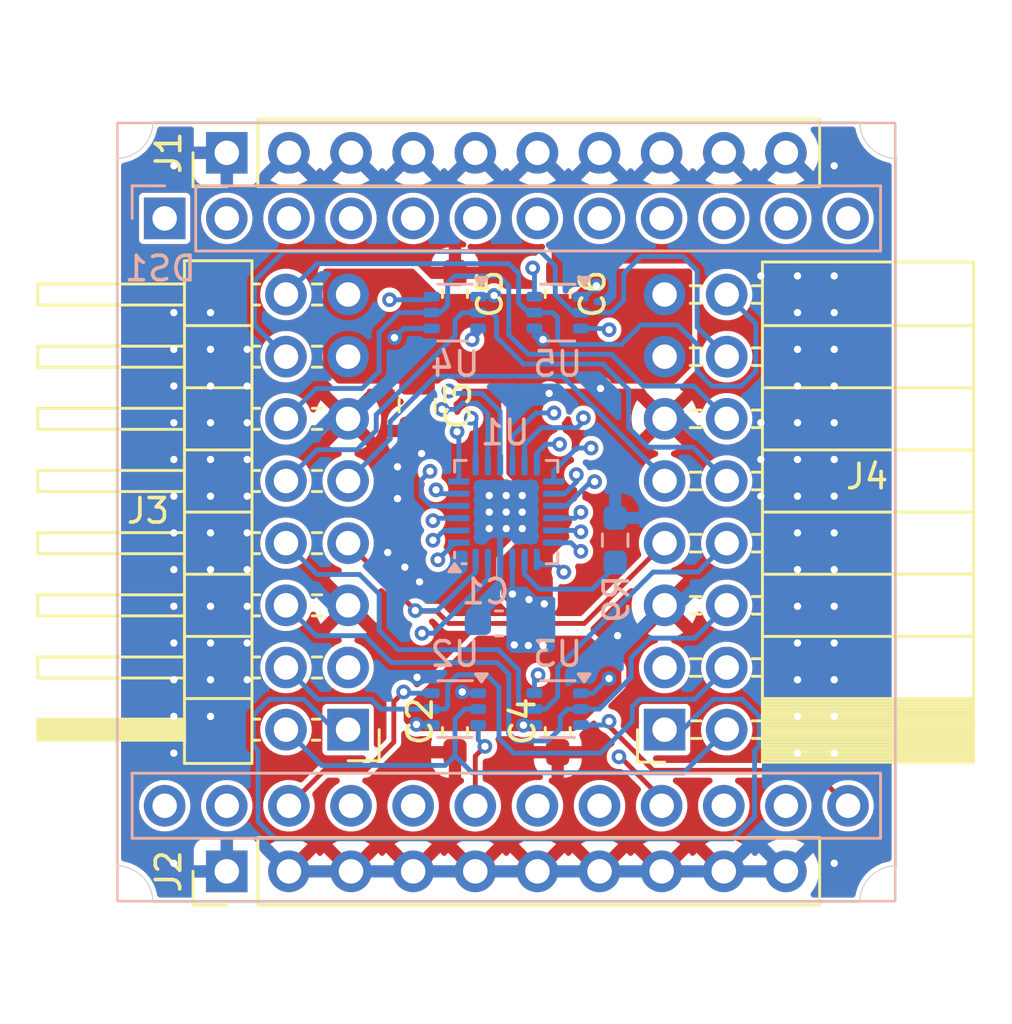
<source format=kicad_pcb>
(kicad_pcb (version 20241229) (generator "pcbnew") (generator_version "9.0")
  (layers (0 "F.Cu" signal) (4 "In1.Cu" signal) (6 "In2.Cu" signal) (2 "B.Cu" signal) (13 "F.Paste" user) (15 "B.Paste" user) (5 "F.SilkS" user "F.Silkscreen") (7 "B.SilkS" user "B.Silkscreen") (1 "F.Mask" user) (3 "B.Mask" user) (25 "Edge.Cuts" user))
  (net 0 "")
  (net 1 "GND")
  (net 2 "+5V")
  (net 3 "Net-(DS1-Pad22)")
  (net 4 "Net-(U1-OUT5)")
  (net 5 "Net-(DS1-Pad13)")
  (net 6 "Net-(U1-OUT0)")
  (net 7 "Net-(U1-OUT14)")
  (net 8 "Net-(U1-OUT9)")
  (net 9 "Net-(DS1-Pad19)")
  (net 10 "Net-(U1-OUT12)")
  (net 11 "Net-(U1-OUT11)")
  (net 12 "Net-(DS1-Pad12)")
  (net 13 "Net-(DS1-Pad16)")
  (net 14 "Net-(U1-OUT7)")
  (net 15 "Net-(DS1-Pad6)")
  (net 16 "Net-(U1-OUT1)")
  (net 17 "Net-(U1-OUT13)")
  (net 18 "Net-(DS1-Pad9)")
  (net 19 "Net-(U1-OUT2)")
  (net 20 "Net-(U1-OUT4)")
  (net 21 "Net-(U1-OUT8)")
  (net 22 "Net-(U1-OUT15)")
  (net 23 "Net-(U1-OUT10)")
  (net 24 "Net-(U1-OUT6)")
  (net 25 "Net-(DS1-Pad3)")
  (net 26 "Net-(U1-OUT3)")
  (net 27 "/ROW3")
  (net 28 "/ROW6")
  (net 29 "/ROW2")
  (net 30 "/ROW1")
  (net 31 "/ROW7")
  (net 32 "/ROW8")
  (net 33 "/LAT")
  (net 34 "/SIN")
  (net 35 "/ROW4")
  (net 36 "/ROW5")
  (net 37 "/SCLK")
  (net 38 "/BLANK")
  (net 39 "/SOUT")
  (net 40 "Net-(U1-IREF)")
  (footprint "Capacitor_SMD:C_0805_2012Metric_Pad1.18x1.45mm_HandSolder" (layer "F.Cu") (at 141.45 70.8 -90)
    (property "Reference" "C3")
    (property "Value" "10u")
  )
  (footprint "Capacitor_SMD:C_0603_1608Metric_Pad1.08x0.95mm_HandSolder" (layer "F.Cu") (at 147.2 66.2375 -90)
    (property "Reference" "C6")
    (property "Value" "0.1u")
  )
  (footprint "Connector_PinSocket_2.54mm:PinSocket_2x08_P2.54mm_Horizontal" (layer "F.Cu") (at 151.57 84.04 180)
    (property "Reference" "J4")
    (property "Value" "Conn_02x08_Odd_Even")
  )
  (footprint "Connector_PinHeader_2.54mm:PinHeader_1x10_P2.54mm_Vertical" (layer "F.Cu") (at 133.67 60.47 90)
    (property "Reference" "J1")
    (property "Value" "Conn_01x10_Pin")
  )
  (footprint "Capacitor_SMD:C_0603_1608Metric_Pad1.08x0.95mm_HandSolder" (layer "F.Cu") (at 143 66.2375 -90)
    (property "Reference" "C5")
    (property "Value" "0.1u")
  )
  (footprint "Capacitor_SMD:C_0603_1608Metric_Pad1.08x0.95mm_HandSolder" (layer "F.Cu") (at 143 84.1 90)
    (property "Reference" "C2")
    (property "Value" "0.1u")
  )
  (footprint "Capacitor_SMD:C_0603_1608Metric_Pad1.08x0.95mm_HandSolder" (layer "F.Cu") (at 147.2 84.1 90)
    (property "Reference" "C4")
    (property "Value" "0.1u")
  )
  (footprint "Connector_PinHeader_2.54mm:PinHeader_2x08_P2.54mm_Horizontal" (layer "F.Cu") (at 138.63 84.04 180)
    (property "Reference" "J3")
    (property "Value" "Conn_02x08_Odd_Even")
  )
  (footprint "Connector_PinHeader_2.54mm:PinHeader_1x10_P2.54mm_Vertical" (layer "F.Cu") (at 133.67 89.83 90)
    (property "Reference" "J2")
    (property "Value" "Conn_01x10_Pin")
  )
  (footprint "ledmat8x16:SOT-363_SC-70-6" (layer "B.Cu") (at 143 83.2 180)
    (property "Reference" "U2")
    (property "Value" "DMP31D7LDW")
  )
  (footprint "Capacitor_SMD:C_0603_1608Metric_Pad1.08x0.95mm_HandSolder" (layer "B.Cu") (at 144.8 79.7)
    (property "Reference" "C1")
    (property "Value" "0.1u")
  )
  (footprint "ledmat8x16:SOT-363_SC-70-6" (layer "B.Cu") (at 143 67 180)
    (property "Reference" "U4")
    (property "Value" "DMP31D7LDW")
  )
  (footprint "Resistor_SMD:R_0603_1608Metric_Pad0.98x0.95mm_HandSolder" (layer "B.Cu") (at 149.55 76.3 -90)
    (property "Reference" "R9")
    (property "Value" "2k")
  )
  (footprint "Package_DFN_QFN:Texas_RGE0024C_VQFN-24-1EP_4x4mm_P0.5mm_EP2.1x2.1mm" (layer "B.Cu") (at 145.095 75.15)
    (property "Reference" "U1")
    (property "Value" "TLC59283")
  )
  (footprint "ledmat8x16:LTP-12188M-08" (layer "B.Cu") (at 145.1 75.15)
    (property "Reference" "DS1")
    (property "Value" "LTP-12188M-08")
  )
  (footprint "ledmat8x16:SOT-363_SC-70-6" (layer "B.Cu") (at 147.2 67 180)
    (property "Reference" "U5")
    (property "Value" "DMP31D7LDW")
  )
  (footprint "ledmat8x16:SOT-363_SC-70-6" (layer "B.Cu") (at 147.2 83.2 180)
    (property "Reference" "U3")
    (property "Value" "DMP31D7LDW")
  )
  (gr_arc (start 161.05 60.7) (mid 159.98934 60.26066) (end 159.55 59.2) (stroke (width 0.05)) (layer "Edge.Cuts"))
  (gr_arc (start 130.65 59.2) (mid 130.21066 60.26066) (end 129.15 60.7) (stroke (width 0.05)) (layer "Edge.Cuts"))
  (gr_line (start 159.55 91.1) (end 130.65 91.1) (stroke (width 0.05)) (layer "Edge.Cuts"))
  (gr_line (start 129.15 89.6) (end 129.15 60.7) (stroke (width 0.05)) (layer "Edge.Cuts"))
  (gr_line (start 130.65 59.2) (end 159.55 59.2) (stroke (width 0.05)) (layer "Edge.Cuts"))
  (gr_line (start 161.05 60.7) (end 161.05 89.6) (stroke (width 0.05)) (layer "Edge.Cuts"))
  (gr_arc (start 129.15 89.6) (mid 130.21066 90.03934) (end 130.65 91.1) (stroke (width 0.05)) (layer "Edge.Cuts"))
  (gr_arc (start 159.55 91.1) (mid 159.98934 90.03934) (end 161.05 89.6) (stroke (width 0.05)) (layer "Edge.Cuts"))
  (segment (start 151.61 78.96) (end 152.95 80.3) (width 0.5) (layer "F.Cu") (net 1))
  (segment (start 138.71 78.96) (end 140.05 80.3) (width 0.5) (layer "F.Cu") (net 1))
  (segment (start 151.57 71.34) (end 152.81 70.1) (width 0.5) (layer "F.Cu") (net 1))
  (segment (start 137.45 70.1) (end 137.45 70.16) (width 0.5) (layer "F.Cu") (net 1))
  (segment (start 138.63 71.34) (end 137.37 72.6) (width 0.5) (layer "F.Cu") (net 1))
  (segment (start 138.61 78.96) (end 137.35 77.7) (width 0.5) (layer "F.Cu") (net 1))
  (segment (start 138.63 78.96) (end 138.61 78.96) (width 0.5) (layer "F.Cu") (net 1))
  (segment (start 138.63 71.34) (end 137.45 70.16) (width 0.5) (layer "F.Cu") (net 1))
  (segment (start 138.63 71.34) (end 139.89 72.6) (width 0.5) (layer "F.Cu") (net 1))
  (segment (start 137.35 72.6) (end 137.37 72.6) (width 0.5) (layer "F.Cu") (net 1))
  (segment (start 138.63 78.96) (end 137.49 80.1) (width 0.5) (layer "F.Cu") (net 1))
  (segment (start 138.63 78.96) (end 138.71 78.96) (width 0.5) (layer "F.Cu") (net 1))
  (segment (start 150.41 72.5) (end 150.35 72.5) (width 0.5) (layer "F.Cu") (net 1))
  (segment (start 151.57 78.96) (end 152.75 77.78) (width 0.5) (layer "F.Cu") (net 1))
  (segment (start 151.57 71.34) (end 152.73 72.5) (width 0.5) (layer "F.Cu") (net 1))
  (segment (start 151.57 78.96) (end 151.57 79.08) (width 0.5) (layer "F.Cu") (net 1))
  (segment (start 152.75 77.78) (end 152.75 77.7) (width 0.5) (layer "F.Cu") (net 1))
  (segment (start 137.49 80.1) (end 137.45 80.1) (width 0.5) (layer "F.Cu") (net 1))
  (segment (start 151.57 79.08) (end 150.35 80.3) (width 0.5) (layer "F.Cu") (net 1))
  (segment (start 151.57 78.96) (end 151.61 78.96) (width 0.5) (layer "F.Cu") (net 1))
  (segment (start 152.81 70.1) (end 152.85 70.1) (width 0.5) (layer "F.Cu") (net 1))
  (segment (start 152.73 72.5) (end 152.75 72.5) (width 0.5) (layer "F.Cu") (net 1))
  (segment (start 151.57 71.34) (end 150.41 72.5) (width 0.5) (layer "F.Cu") (net 1))
  (segment (start 139.89 72.6) (end 140.05 72.6) (width 0.5) (layer "F.Cu") (net 1))
  (via (at 133.005 70) (size 0.6) (drill 0.3) (layers "F.Cu" "B.Cu") (net 1))
  (via (at 158.505 67) (size 0.6) (drill 0.3) (layers "F.Cu" "B.Cu") (net 1))
  (via (at 146.85 70.3) (size 0.6) (drill 0.3) (layers "F.Cu" "B.Cu") (net 1))
  (via (at 131.505 83.5) (size 0.6) (drill 0.3) (layers "F.Cu" "B.Cu") (net 1))
  (via (at 133.005 76) (size 0.6) (drill 0.3) (layers "F.Cu" "B.Cu") (net 1))
  (via (at 141.635179 72.759404) (size 0.6) (drill 0.3) (layers "F.Cu" "B.Cu") (net 1))
  (via (at 157.005 67) (size 0.6) (drill 0.3) (layers "F.Cu" "B.Cu") (net 1))
  (via (at 133.005 80.5) (size 0.6) (drill 0.3) (layers "F.Cu" "B.Cu") (net 1))
  (via (at 133.005 83.5) (size 0.6) (drill 0.3) (layers "F.Cu" "B.Cu") (net 1))
  (via (at 157.005 74.5) (size 0.6) (drill 0.3) (layers "F.Cu" "B.Cu") (net 1))
  (via (at 133.005 74.5) (size 0.6) (drill 0.3) (layers "F.Cu" "B.Cu") (net 1))
  (via (at 133.005 73) (size 0.6) (drill 0.3) (layers "F.Cu" "B.Cu") (net 1))
  (via (at 148.95 70.1) (size 0.6) (drill 0.3) (layers "F.Cu" "B.Cu") (net 1))
  (via (at 133.005 79) (size 0.6) (drill 0.3) (layers "F.Cu" "B.Cu") (net 1))
  (via (at 131.505 68.5) (size 0.6) (drill 0.3) (layers "F.Cu" "B.Cu") (net 1))
  (via (at 140.95 77.4) (size 0.6) (drill 0.3) (layers "F.Cu" "B.Cu") (net 1))
  (via (at 131.505 80.5) (size 0.6) (drill 0.3) (layers "F.Cu" "B.Cu") (net 1))
  (via (at 155.505 74.5) (size 0.6) (drill 0.3) (layers "F.Cu" "B.Cu") (net 1))
  (via (at 158.505 82) (size 0.6) (drill 0.3) (layers "F.Cu" "B.Cu") (net 1))
  (via (at 145.75 75.15) (size 0.6) (drill 0.3) (layers "F.Cu" "B.Cu") (net 1))
  (via (at 145.095 75.825) (size 0.6) (drill 0.3) (layers "F.Cu" "B.Cu") (net 1))
  (via (at 158.505 74.5) (size 0.6) (drill 0.3) (layers "F.Cu" "B.Cu") (net 1))
  (via (at 134.505 73) (size 0.6) (drill 0.3) (layers "F.Cu" "B.Cu") (net 1))
  (via (at 157.005 76) (size 0.6) (drill 0.3) (layers "F.Cu" "B.Cu") (net 1))
  (via (at 157.005 80.5) (size 0.6) (drill 0.3) (layers "F.Cu" "B.Cu") (net 1))
  (via (at 158.505 79) (size 0.6) (drill 0.3) (layers "F.Cu" "B.Cu") (net 1))
  (via (at 134.505 76) (size 0.6) (drill 0.3) (layers "F.Cu" "B.Cu") (net 1))
  (via (at 133.005 82) (size 0.6) (drill 0.3) (layers "F.Cu" "B.Cu") (net 1))
  (via (at 157.005 83.5) (size 0.6) (drill 0.3) (layers "F.Cu" "B.Cu") (net 1))
  (via (at 131.505 67) (size 0.6) (drill 0.3) (layers "F.Cu" "B.Cu") (net 1))
  (via (at 157.005 85) (size 0.6) (drill 0.3) (layers "F.Cu" "B.Cu") (net 1))
  (via (at 144.4 75.825) (size 0.6) (drill 0.3) (layers "F.Cu" "B.Cu") (net 1))
  (via (at 141.45 81.9) (size 0.6) (drill 0.3) (layers "F.Cu" "B.Cu") (net 1))
  (via (at 158.505 85) (size 0.6) (drill 0.3) (layers "F.Cu" "B.Cu") (net 1))
  (via (at 157.005 79) (size 0.6) (drill 0.3) (layers "F.Cu" "B.Cu") (net 1))
  (via (at 155.505 65.5) (size 0.6) (drill 0.3) (layers "F.Cu" "B.Cu") (net 1))
  (via (at 131.505 76) (size 0.6) (drill 0.3) (layers "F.Cu" "B.Cu") (net 1))
  (via (at 157.005 73) (size 0.6) (drill 0.3) (layers "F.Cu" "B.Cu") (net 1))
  (via (at 131.505 61) (size 0.6) (drill 0.3) (layers "F.Cu" "B.Cu") (net 1))
  (via (at 134.505 79) (size 0.6) (drill 0.3) (layers "F.Cu" "B.Cu") (net 1))
  (via (at 145.095 74.475) (size 0.6) (drill 0.3) (layers "F.Cu" "B.Cu") (net 1))
  (via (at 134.505 74.5) (size 0.6) (drill 0.3) (layers "F.Cu" "B.Cu") (net 1))
  (via (at 144.4 75.15) (size 0.6) (drill 0.3) (layers "F.Cu" "B.Cu") (net 1))
  (via (at 158.505 65.5) (size 0.6) (drill 0.3) (layers "F.Cu" "B.Cu") (net 1))
  (via (at 140.65 73.3) (size 0.6) (drill 0.3) (layers "F.Cu" "B.Cu") (net 1))
  (via (at 158.505 83.5) (size 0.6) (drill 0.3) (layers "F.Cu" "B.Cu") (net 1))
  (via (at 133.005 68.5) (size 0.6) (drill 0.3) (layers "F.Cu" "B.Cu") (net 1))
  (via (at 141.55 78) (size 0.6) (drill 0.3) (layers "F.Cu" "B.Cu") (net 1))
  (via (at 134.505 71.5) (size 0.6) (drill 0.3) (layers "F.Cu" "B.Cu") (net 1))
  (via (at 157.005 70) (size 0.6) (drill 0.3) (layers "F.Cu" "B.Cu") (net 1))
  (via (at 155.505 71.5) (size 0.6) (drill 0.3) (layers "F.Cu" "B.Cu") (net 1))
  (via (at 145.095 75.15) (size 0.6) (drill 0.3) (layers "F.Cu" "B.Cu") (net 1))
  (via (at 158.505 68.5) (size 0.6) (drill 0.3) (layers "F.Cu" "B.Cu") (net 1))
  (via (at 133.005 77.5) (size 0.6) (drill 0.3) (layers "F.Cu" "B.Cu") (net 1))
  (via (at 158.505 70) (size 0.6) (drill 0.3) (layers "F.Cu" "B.Cu") (net 1))
  (via (at 158.505 89.5) (size 0.6) (drill 0.3) (layers "F.Cu" "B.Cu") (net 1))
  (via (at 145.75 75.825) (size 0.6) (drill 0.3) (layers "F.Cu" "B.Cu") (net 1))
  (via (at 131.505 89.5) (size 0.6) (drill 0.3) (layers "F.Cu" "B.Cu") (net 1))
  (via (at 157.005 68.5) (size 0.6) (drill 0.3) (layers "F.Cu" "B.Cu") (net 1))
  (via (at 157.005 71.5) (size 0.6) (drill 0.3) (layers "F.Cu" "B.Cu") (net 1))
  (via (at 131.505 82) (size 0.6) (drill 0.3) (layers "F.Cu" "B.Cu") (net 1))
  (via (at 149.65 80.2) (size 0.6) (drill 0.3) (layers "F.Cu" "B.Cu") (net 1))
  (via (at 131.505 74.5) (size 0.6) (drill 0.3) (layers "F.Cu" "B.Cu") (net 1))
  (via (at 158.505 76) (size 0.6) (drill 0.3) (layers "F.Cu" "B.Cu") (net 1))
  (via (at 140.65 74.6) (size 0.6) (drill 0.3) (layers "F.Cu" "B.Cu") (net 1))
  (via (at 158.505 73) (size 0.6) (drill 0.3) (layers "F.Cu" "B.Cu") (net 1))
  (via (at 158.505 80.5) (size 0.6) (drill 0.3) (layers "F.Cu" "B.Cu") (net 1))
  (via (at 131.505 71.5) (size 0.6) (drill 0.3) (layers "F.Cu" "B.Cu") (net 1))
  (via (at 134.505 80.5) (size 0.6) (drill 0.3) (layers "F.Cu" "B.Cu") (net 1))
  (via (at 131.505 79) (size 0.6) (drill 0.3) (layers "F.Cu" "B.Cu") (net 1))
  (via (at 157.005 77.5) (size 0.6) (drill 0.3) (layers "F.Cu" "B.Cu") (net 1))
  (via (at 158.505 61) (size 0.6) (drill 0.3) (layers "F.Cu" "B.Cu") (net 1))
  (via (at 133.005 71.5) (size 0.6) (drill 0.3) (layers "F.Cu" "B.Cu") (net 1))
  (via (at 158.505 71.5) (size 0.6) (drill 0.3) (layers "F.Cu" "B.Cu") (net 1))
  (via (at 145.75 74.475) (size 0.6) (drill 0.3) (layers "F.Cu" "B.Cu") (net 1))
  (via (at 131.505 70) (size 0.6) (drill 0.3) (layers "F.Cu" "B.Cu") (net 1))
  (via (at 157.005 65.5) (size 0.6) (drill 0.3) (layers "F.Cu" "B.Cu") (net 1))
  (via (at 134.505 70) (size 0.6) (drill 0.3) (layers "F.Cu" "B.Cu") (net 1))
  (via (at 144.4 74.475) (size 0.6) (drill 0.3) (layers "F.Cu" "B.Cu") (net 1))
  (via (at 134.505 68.5) (size 0.6) (drill 0.3) (layers "F.Cu" "B.Cu") (net 1))
  (via (at 155.505 73) (size 0.6) (drill 0.3) (layers "F.Cu" "B.Cu") (net 1))
  (via (at 134.505 77.5) (size 0.6) (drill 0.3) (layers "F.Cu" "B.Cu") (net 1))
  (via (at 133.005 67) (size 0.6) (drill 0.3) (layers "F.Cu" "B.Cu") (net 1))
  (via (at 131.505 73) (size 0.6) (drill 0.3) (layers "F.Cu" "B.Cu") (net 1))
  (via (at 157.005 82) (size 0.6) (drill 0.3) (layers "F.Cu" "B.Cu") (net 1))
  (via (at 158.505 77.5) (size 0.6) (drill 0.3) (layers "F.Cu" "B.Cu") (net 1))
  (via (at 131.505 85) (size 0.6) (drill 0.3) (layers "F.Cu" "B.Cu") (net 1))
  (via (at 140.25 76.8) (size 0.6) (drill 0.3) (layers "F.Cu" "B.Cu") (net 1))
  (via (at 131.505 77.5) (size 0.6) (drill 0.3) (layers "F.Cu" "B.Cu") (net 1))
  (via (at 134.505 82) (size 0.6) (drill 0.3) (layers "F.Cu" "B.Cu") (net 1))
  (segment (start 138.63 71.34) (end 138.739232 71.34) (width 0.5) (layer "B.Cu") (net 1))
  (segment (start 138.63 71.34) (end 137.91 71.34) (width 0.5) (layer "B.Cu") (net 1))
  (segment (start 143.9375 78.9125) (end 143.9375 79.7) (width 0.2) (layer "B.Cu") (net 1))
  (segment (start 138.01 78.96) (end 137.35 78.3) (width 0.5) (layer "B.Cu") (net 1))
  (segment (start 144.845 77.0875) (end 144.845 78.005) (width 0.2) (layer "B.Cu") (net 1))
  (segment (start 151.57 71.34) (end 152.29 71.34) (width 0.5) (layer "B.Cu") (net 1))
  (segment (start 151.57 78.96) (end 152.09 78.96) (width 0.5) (layer "B.Cu") (net 1))
  (segment (start 136.21 89.83) (end 156.53 89.83) (width 0.5) (layer "B.Cu") (net 1))
  (segment (start 138.739232 71.34) (end 139.751 70.328232) (width 0.5) (layer "B.Cu") (net 1))
  (segment (start 152.29 71.34) (end 152.85 71.9) (width 0.5) (layer "B.Cu") (net 1))
  (segment (start 137.91 71.34) (end 137.25 72) (width 0.5) (layer "B.Cu") (net 1))
  (segment (start 138.63 78.96) (end 138.01 78.96) (width 0.5) (layer "B.Cu") (net 1))
  (segment (start 144.845 78.005) (end 143.9375 78.9125) (width 0.2) (layer "B.Cu") (net 1))
  (segment (start 152.09 78.96) (end 152.85 78.2) (width 0.5) (layer "B.Cu") (net 1))
  (segment (start 145.35 77.45) (end 146.7 76.1) (width 0.2) (layer "F.Cu") (net 2))
  (segment (start 144.599 66.3) (end 143.8 66.3) (width 0.2) (layer "F.Cu") (net 2))
  (segment (start 143 67.1) (end 147.2 67.1) (width 0.2) (layer "F.Cu") (net 2))
  (segment (start 146.6 68.1) (end 146.8 68.1) (width 0.2) (layer "F.Cu") (net 2))
  (segment (start 149.3 81.951473) (end 149.248527 81.951473) (width 0.2) (layer "F.Cu") (net 2))
  (segment (start 147.2 67.1) (end 147.580385 67.1) (width 0.2) (layer "F.Cu") (net 2))
  (segment (start 147.8 81.9) (end 146.6 80.7) (width 0.2) (layer "F.Cu") (net 2))
  (segment (start 149.3 81.951473) (end 149.248527 81.9) (width 0.2) (layer "F.Cu") (net 2))
  (segment (start 142.1 67.1) (end 140.4 68.8) (width 0.2) (layer "F.Cu") (net 2))
  (segment (start 145.35 78.5) (end 145.35 77.45) (width 0.2) (layer "F.Cu") (net 2))
  (segment (start 145.6 69.3) (end 146.525 68.375) (width 0.2) (layer "F.Cu") (net 2))
  (segment (start 143.8 66.3) (end 143 67.1) (width 0.2) (layer "F.Cu") (net 2))
  (segment (start 145.1375 83.2375) (end 143 83.2375) (width 0.2) (layer "F.Cu") (net 2))
  (segment (start 149.248527 81.951473) (end 147.9625 83.2375) (width 0.2) (layer "F.Cu") (net 2))
  (segment (start 147.2 67.7) (end 147.2 67.1) (width 0.2) (layer "F.Cu") (net 2))
  (segment (start 143 67.1) (end 142.1 67.1) (width 0.2) (layer "F.Cu") (net 2))
  (segment (start 143.3 82.5) (end 143.3 82.9375) (width 0.2) (layer "F.Cu") (net 2))
  (segment (start 146.7 74) (end 145.6 72.9) (width 0.2) (layer "F.Cu") (net 2))
  (segment (start 138.63 68.8) (end 140.4 68.8) (width 0.2) (layer "F.Cu") (net 2))
  (segment (start 142.411765 83.825735) (end 143 83.2375) (width 0.2) (layer "F.Cu") (net 2))
  (segment (start 145.44853 80.6) (end 145.424265 80.575735) (width 0.2) (layer "F.Cu") (net 2))
  (segment (start 146.525 68.375) (end 146.525 68.175) (width 0.2) (layer "F.Cu") (net 2))
  (segment (start 145.75792 83.85792) (end 145.1375 83.2375) (width 0.2) (layer "F.Cu") (net 2))
  (segment (start 151.57 66.26) (end 151.57 68.8) (width 0.2) (layer "F.Cu") (net 2))
  (segment (start 143.3 82.9375) (end 143 83.2375) (width 0.2) (layer "F.Cu") (net 2))
  (segment (start 147.2 67.1) (end 150.73 67.1) (width 0.2) (layer "F.Cu") (net 2))
  (segment (start 146.7 76.1) (end 146.7 74) (width 0.2) (layer "F.Cu") (net 2))
  (segment (start 146.57958 83.85792) (end 147.2 83.2375) (width 0.2) (layer "F.Cu") (net 2))
  (segment (start 141.425735 83.825735) (end 142.411765 83.825735) (width 0.2) (layer "F.Cu") (net 2))
  (segment (start 146.6 80.7) (end 146.6 80.6) (width 0.2) (layer "F.Cu") (net 2))
  (segment (start 145.798999 83.85792) (end 146.57958 83.85792) (width 0.2) (layer "F.Cu") (net 2))
  (segment (start 145.6 72.9) (end 145.6 69.3) (width 0.2) (layer "F.Cu") (net 2))
  (segment (start 146 80.6) (end 145.44853 80.6) (width 0.2) (layer "F.Cu") (net 2))
  (segment (start 138.63 66.26) (end 138.63 68.8) (width 0.2) (layer "F.Cu") (net 2))
  (segment (start 145.798999 83.85792) (end 145.75792 83.85792) (width 0.2) (layer "F.Cu") (net 2))
  (segment (start 149.248527 81.9) (end 147.8 81.9) (width 0.2) (layer "F.Cu") (net 2))
  (segment (start 147.580385 67.1) (end 148.780385 65.9) (width 0.2) (layer "F.Cu") (net 2))
  (segment (start 150.73 67.1) (end 151.57 66.26) (width 0.2) (layer "F.Cu") (net 2))
  (segment (start 140.4 68.14853) (end 140.524265 68.024265) (width 0.2) (layer "F.Cu") (net 2))
  (segment (start 147.9625 83.2375) (end 147.2 83.2375) (width 0.2) (layer "F.Cu") (net 2))
  (segment (start 146.8 68.1) (end 147.2 67.7) (width 0.2) (layer "F.Cu") (net 2))
  (segment (start 140.4 68.8) (end 140.4 68.14853) (width 0.2) (layer "F.Cu") (net 2))
  (segment (start 146.525 68.175) (end 146.6 68.1) (width 0.2) (layer "F.Cu") (net 2))
  (via (at 146 80.6) (size 0.6) (drill 0.3) (layers "F.Cu" "B.Cu") (net 2))
  (via (at 146.6 68.1) (size 0.6) (drill 0.3) (layers "F.Cu" "B.Cu") (net 2))
  (via (at 140.524265 68.024265) (size 0.6) (drill 0.3) (layers "F.Cu" "B.Cu") (net 2))
  (via (at 145.424265 80.575735) (size 0.6) (drill 0.3) (layers "F.Cu" "B.Cu") (net 2))
  (via (at 146.65 78.9) (size 0.6) (drill 0.3) (layers "F.Cu" "B.Cu") (net 2))
  (via (at 144.599 66.3) (size 0.6) (drill 0.3) (layers "F.Cu" "B.Cu") (net 2))
  (via (at 146.026563 78.723678) (size 0.6) (drill 0.3) (layers "F.Cu" "B.Cu") (net 2))
  (via (at 149.3 81.951473) (size 0.6) (drill 0.3) (layers "F.Cu" "B.Cu") (net 2))
  (via (at 141.425735 83.825735) (size 0.6) (drill 0.3) (layers "F.Cu" "B.Cu") (net 2))
  (via (at 145.798999 83.85792) (size 0.6) (drill 0.3) (layers "F.Cu" "B.Cu") (net 2))
  (via (at 145.35 78.5) (size 0.6) (drill 0.3) (layers "F.Cu" "B.Cu") (net 2))
  (via (at 148.780385 65.9) (size 0.6) (drill 0.3) (layers "F.Cu" "B.Cu") (net 2))
  (via (at 146.6 80.6) (size 0.6) (drill 0.3) (layers "F.Cu" "B.Cu") (net 2))
  (via (at 143.3 82.5) (size 0.6) (drill 0.3) (layers "F.Cu" "B.Cu") (net 2))
  (segment (start 148.65 82.55) (end 148.15 82.55) (width 0.2) (layer "B.Cu") (net 2))
  (segment (start 145.806919 83.85) (end 145.798999 83.85792) (width 0.2) (layer "B.Cu") (net 2))
  (segment (start 145.7375 79.625) (end 145.6625 79.7) (width 0.2) (layer "B.Cu") (net 2))
  (segment (start 143.95 66.35) (end 144.549 66.35) (width 0.2) (layer "B.Cu") (net 2))
  (segment (start 146.273678 78.723678) (end 146.35 78.8) (width 0.2) (layer "B.Cu") (net 2))
  (segment (start 143.35 82.55) (end 143.3 82.5) (width 0.2) (layer "B.Cu") (net 2))
  (segment (start 145.6625 80.080634) (end 145.424265 80.318869) (width 0.2) (layer "B.Cu") (net 2))
  (segment (start 142.05 83.85) (end 141.45 83.85) (width 0.2) (layer "B.Cu") (net 2))
  (segment (start 146.25 83.85) (end 145.806919 83.85) (width 0.2) (layer "B.Cu") (net 2))
  (segment (start 145.6625 79.825) (end 145.6625 79.7) (width 0.2) (layer "B.Cu") (net 2))
  (segment (start 141.45 83.85) (end 141.425735 83.825735) (width 0.2) (layer "B.Cu") (net 2))
  (segment (start 144.549 66.35) (end 144.599 66.3) (width 0.2) (layer "B.Cu") (net 2))
  (segment (start 146.4 68.1) (end 146.25 67.95) (width 0.2) (layer "B.Cu") (net 2))
  (segment (start 145.424265 80.318869) (end 145.424265 80.575735) (width 0.2) (layer "B.Cu") (net 2))
  (segment (start 149.248527 81.951473) (end 148.65 82.55) (width 0.2) (layer "B.Cu") (net 2))
  (segment (start 149.3 81.951473) (end 149.248527 81.951473) (width 0.2) (layer "B.Cu") (net 2))
  (segment (start 146.6 80.6) (end 146.5 80.5) (width 0.2) (layer "B.Cu") (net 2))
  (segment (start 148.330385 66.35) (end 148.780385 65.9) (width 0.2) (layer "B.Cu") (net 2))
  (segment (start 145.5 79.5375) (end 145.6625 79.7) (width 0.2) (layer "B.Cu") (net 2))
  (segment (start 145.35 78.5) (end 145.35 78.361) (width 0.2) (layer "B.Cu") (net 2))
  (segment (start 146.026563 78.723678) (end 146.273678 78.723678) (width 0.2) (layer "B.Cu") (net 2))
  (segment (start 143.95 82.55) (end 143.35 82.55) (width 0.2) (layer "B.Cu") (net 2))
  (segment (start 146.55 78.8) (end 146.65 78.9) (width 0.2) (layer "B.Cu") (net 2))
  (segment (start 146.25 67.95) (end 146.25 67.65) (width 0.2) (layer "B.Cu") (net 2))
  (segment (start 141.197054 67.648527) (end 141.198527 67.65) (width 0.2) (layer "B.Cu") (net 2))
  (segment (start 146.5 79.9625) (end 146.1625 79.625) (width 0.2) (layer "B.Cu") (net 2))
  (segment (start 145.35 78.5) (end 145.35 78.649) (width 0.2) (layer "B.Cu") (net 2))
  (segment (start 146.35 78.8) (end 146.55 78.8) (width 0.2) (layer "B.Cu") (net 2))
  (segment (start 146 80.1625) (end 145.6625 79.825) (width 0.2) (layer "B.Cu") (net 2))
  (segment (start 146.025148 78.723678) (end 145.80147 78.5) (width 0.2) (layer "B.Cu") (net 2))
  (segment (start 145.6625 79.7) (end 145.6625 80.080634) (width 0.2) (layer "B.Cu") (net 2))
  (segment (start 145.80147 78.5) (end 145.35 78.5) (width 0.2) (layer "B.Cu") (net 2))
  (segment (start 145.5 78.799) (end 145.5 79.5375) (width 0.2) (layer "B.Cu") (net 2))
  (segment (start 146.5 80.5) (end 146.5 79.9625) (width 0.2) (layer "B.Cu") (net 2))
  (segment (start 145.35 78.361) (end 145.345 78.356) (width 0.2) (layer "B.Cu") (net 2))
  (segment (start 140.524265 68.024265) (end 140.900003 67.648527) (width 0.2) (layer "B.Cu") (net 2))
  (segment (start 146.026563 78.723678) (end 146.025148 78.723678) (width 0.2) (layer "B.Cu") (net 2))
  (segment (start 146 80.6) (end 146 80.1625) (width 0.2) (layer "B.Cu") (net 2))
  (segment (start 141.198527 67.65) (end 142.05 67.65) (width 0.2) (layer "B.Cu") (net 2))
  (segment (start 146.1625 79.625) (end 145.7375 79.625) (width 0.2) (layer "B.Cu") (net 2))
  (segment (start 146.6 68.1) (end 146.4 68.1) (width 0.2) (layer "B.Cu") (net 2))
  (segment (start 145.35 78.649) (end 145.5 78.799) (width 0.2) (layer "B.Cu") (net 2))
  (segment (start 146.6 80.6) (end 146 80.6) (width 0.2) (layer "B.Cu") (net 2))
  (segment (start 148.15 66.35) (end 148.330385 66.35) (width 0.2) (layer "B.Cu") (net 2))
  (segment (start 140.900003 67.648527) (end 141.197054 67.648527) (width 0.2) (layer "B.Cu") (net 2))
  (segment (start 145.345 78.356) (end 145.345 77.0875) (width 0.2) (layer "B.Cu") (net 2))
  (segment (start 140.5 82.9) (end 140.5 84.55) (width 0.2) (layer "F.Cu") (net 3))
  (segment (start 139.35 85.7) (end 137.66 85.7) (width 0.2) (layer "F.Cu") (net 3))
  (segment (start 137.66 85.7) (end 136.21 87.15) (width 0.2) (layer "F.Cu") (net 3))
  (segment (start 140.9 82.5) (end 140.5 82.9) (width 0.2) (layer "F.Cu") (net 3))
  (segment (start 140.5 84.55) (end 139.35 85.7) (width 0.2) (layer "F.Cu") (net 3))
  (via (at 140.9 82.5) (size 0.6) (drill 0.3) (layers "F.Cu" "B.Cu") (net 3))
  (segment (start 142.05 82.55) (end 140.95 82.55) (width 0.2) (layer "B.Cu") (net 3))
  (segment (start 140.95 82.55) (end 140.9 82.5) (width 0.2) (layer "B.Cu") (net 3))
  (via (at 143.663235 71.311765) (size 0.6) (drill 0.3) (layers "F.Cu" "B.Cu") (net 4))
  (segment (start 143.845 73.2125) (end 143.845 71.49353) (width 0.2) (layer "B.Cu") (net 4))
  (segment (start 143.845 71.49353) (end 143.663235 71.311765) (width 0.2) (layer "B.Cu") (net 4))
  (segment (start 151.101917 85.7) (end 157.62 85.7) (width 0.2) (layer "F.Cu") (net 5))
  (segment (start 149.3 83.7) (end 149.3 83.898083) (width 0.2) (layer "F.Cu") (net 5))
  (segment (start 149.3 83.898083) (end 151.101917 85.7) (width 0.2) (layer "F.Cu") (net 5))
  (segment (start 157.62 85.7) (end 159.07 87.15) (width 0.2) (layer "F.Cu") (net 5))
  (via (at 149.3 83.7) (size 0.6) (drill 0.3) (layers "F.Cu" "B.Cu") (net 5))
  (segment (start 149.15 83.85) (end 149.3 83.7) (width 0.2) (layer "B.Cu") (net 5))
  (segment (start 148.15 83.85) (end 149.15 83.85) (width 0.2) (layer "B.Cu") (net 5))
  (via (at 142.1 76.3) (size 0.6) (drill 0.3) (layers "F.Cu" "B.Cu") (net 6))
  (segment (start 142.549943 75.9) (end 142.149943 76.3) (width 0.2) (layer "B.Cu") (net 6))
  (segment (start 143.1575 75.9) (end 142.549943 75.9) (width 0.2) (layer "B.Cu") (net 6))
  (segment (start 142.149943 76.3) (end 142.1 76.3) (width 0.2) (layer "B.Cu") (net 6))
  (via (at 148.147 75.154425) (size 0.6) (drill 0.3) (layers "F.Cu" "B.Cu") (net 7))
  (segment (start 147.901425 75.4) (end 148.147 75.154425) (width 0.2) (layer "B.Cu") (net 7))
  (segment (start 147.0325 75.4) (end 147.901425 75.4) (width 0.2) (layer "B.Cu") (net 7))
  (via (at 148.25 71.3) (size 0.6) (drill 0.3) (layers "F.Cu" "B.Cu") (net 8))
  (segment (start 145.845 72.390465) (end 145.845 73.2125) (width 0.2) (layer "B.Cu") (net 8))
  (segment (start 148 71.7) (end 146.535465 71.7) (width 0.2) (layer "B.Cu") (net 8))
  (segment (start 148.25 71.45) (end 148 71.7) (width 0.2) (layer "B.Cu") (net 8))
  (segment (start 146.535465 71.7) (end 145.845 72.390465) (width 0.2) (layer "B.Cu") (net 8))
  (segment (start 148.25 71.3) (end 148.25 71.45) (width 0.2) (layer "B.Cu") (net 8))
  (segment (start 143.83 85.11853) (end 143.83 87.15) (width 0.2) (layer "F.Cu") (net 9))
  (segment (start 144.224265 84.724265) (end 143.83 85.11853) (width 0.2) (layer "F.Cu") (net 9))
  (via (at 144.224265 84.724265) (size 0.6) (drill 0.3) (layers "F.Cu" "B.Cu") (net 9))
  (segment (start 143.95 83.85) (end 143.95 84.45) (width 0.2) (layer "B.Cu") (net 9))
  (segment (start 143.95 84.45) (end 144.224265 84.724265) (width 0.2) (layer "B.Cu") (net 9))
  (via (at 147.962455 73.6197) (size 0.6) (drill 0.3) (layers "F.Cu" "B.Cu") (net 10))
  (segment (start 147.975 73.910798) (end 147.485798 74.4) (width 0.2) (layer "B.Cu") (net 10))
  (segment (start 147.485798 74.4) (end 147.0325 74.4) (width 0.2) (layer "B.Cu") (net 10))
  (segment (start 147.962455 73.6197) (end 147.975 73.632245) (width 0.2) (layer "B.Cu") (net 10))
  (segment (start 147.975 73.632245) (end 147.975 73.910798) (width 0.2) (layer "B.Cu") (net 10))
  (via (at 148.565597 72.534403) (size 0.6) (drill 0.3) (layers "F.Cu" "B.Cu") (net 11))
  (segment (start 147.970423 72.534403) (end 147.0325 73.472326) (width 0.2) (layer "B.Cu") (net 11))
  (segment (start 148.565597 72.534403) (end 147.970423 72.534403) (width 0.2) (layer "B.Cu") (net 11))
  (segment (start 147.0325 73.472326) (end 147.0325 73.9) (width 0.2) (layer "B.Cu") (net 11))
  (via (at 149.3 67.7) (size 0.6) (drill 0.3) (layers "F.Cu" "B.Cu") (net 12))
  (segment (start 148.15 67.65) (end 149.25 67.65) (width 0.2) (layer "B.Cu") (net 12))
  (segment (start 149.25 67.65) (end 149.3 67.7) (width 0.2) (layer "B.Cu") (net 12))
  (segment (start 149.704 85.15) (end 149.75 85.15) (width 0.2) (layer "F.Cu") (net 13))
  (segment (start 149.75 85.15) (end 151.45 86.85) (width 0.2) (layer "F.Cu") (net 13))
  (segment (start 151.45 86.85) (end 151.45 87.15) (width 0.2) (layer "F.Cu") (net 13))
  (via (at 146.4 81.8) (size 0.6) (drill 0.3) (layers "F.Cu" "B.Cu") (net 13))
  (via (at 149.704 85.15) (size 0.6) (drill 0.3) (layers "F.Cu" "B.Cu") (net 13))
  (segment (start 146.25 81.95) (end 146.4 81.8) (width 0.2) (layer "B.Cu") (net 13))
  (segment (start 146.25 82.55) (end 146.25 81.95) (width 0.2) (layer "B.Cu") (net 13))
  (via (at 142.75 70.2) (size 0.6) (drill 0.3) (layers "F.Cu" "B.Cu") (net 14))
  (segment (start 142.75 70.2) (end 142.85 70.3) (width 0.2) (layer "B.Cu") (net 14))
  (segment (start 142.85 70.3) (end 144.1 70.3) (width 0.2) (layer "B.Cu") (net 14))
  (segment (start 144.845 71.045) (end 144.845 73.2125) (width 0.2) (layer "B.Cu") (net 14))
  (segment (start 144.1 70.3) (end 144.845 71.045) (width 0.2) (layer "B.Cu") (net 14))
  (via (at 143.7 68.1) (size 0.6) (drill 0.3) (layers "F.Cu" "B.Cu") (net 15))
  (segment (start 143.95 67.65) (end 143.95 67.85) (width 0.2) (layer "B.Cu") (net 15))
  (segment (start 143.95 67.85) (end 143.7 68.1) (width 0.2) (layer "B.Cu") (net 15))
  (via (at 142.1 75.5) (size 0.6) (drill 0.3) (layers "F.Cu" "B.Cu") (net 16))
  (segment (start 143.1575 75.4) (end 142.2 75.4) (width 0.2) (layer "B.Cu") (net 16))
  (segment (start 142.2 75.4) (end 142.1 75.5) (width 0.2) (layer "B.Cu") (net 16))
  (via (at 148.708916 73.907445) (size 0.6) (drill 0.3) (layers "F.Cu" "B.Cu") (net 17))
  (segment (start 147.552898 74.9) (end 147.0325 74.9) (width 0.2) (layer "B.Cu") (net 17))
  (segment (start 148.545453 73.907445) (end 147.552898 74.9) (width 0.2) (layer "B.Cu") (net 17))
  (segment (start 148.708916 73.907445) (end 148.545453 73.907445) (width 0.2) (layer "B.Cu") (net 17))
  (segment (start 148.708916 73.907445) (end 148.544004 73.907445) (width 0.2) (layer "B.Cu") (net 17))
  (via (at 146.175735 65.175735) (size 0.6) (drill 0.3) (layers "F.Cu" "B.Cu") (net 18))
  (segment (start 146.25 66.35) (end 146.25 65.25) (width 0.2) (layer "B.Cu") (net 18))
  (segment (start 146.25 65.25) (end 146.175735 65.175735) (width 0.2) (layer "B.Cu") (net 18))
  (via (at 141.979742 73.481402) (size 0.6) (drill 0.3) (layers "F.Cu" "B.Cu") (net 19))
  (segment (start 141.624 73.837144) (end 141.979742 73.481402) (width 0.2) (layer "B.Cu") (net 19))
  (segment (start 141.624 74.491826) (end 141.624 73.837144) (width 0.2) (layer "B.Cu") (net 19))
  (segment (start 143.1575 74.9) (end 142.032174 74.9) (width 0.2) (layer "B.Cu") (net 19))
  (segment (start 142.032174 74.9) (end 141.624 74.491826) (width 0.2) (layer "B.Cu") (net 19))
  (via (at 143.084979 71.864593) (size 0.6) (drill 0.3) (layers "F.Cu" "B.Cu") (net 20))
  (segment (start 143.1575 71.937114) (end 143.084979 71.864593) (width 0.2) (layer "B.Cu") (net 20))
  (segment (start 143.1575 73.9) (end 143.1575 71.937114) (width 0.2) (layer "B.Cu") (net 20))
  (via (at 147.05 71.1) (size 0.6) (drill 0.3) (layers "F.Cu" "B.Cu") (net 21))
  (segment (start 145.345 72.055) (end 145.345 73.2125) (width 0.2) (layer "B.Cu") (net 21))
  (segment (start 147.05 71.1) (end 146.3 71.1) (width 0.2) (layer "B.Cu") (net 21))
  (segment (start 146.3 71.1) (end 145.345 72.055) (width 0.2) (layer "B.Cu") (net 21))
  (via (at 148.147 75.954428) (size 0.6) (drill 0.3) (layers "F.Cu" "B.Cu") (net 22))
  (segment (start 148.092572 75.9) (end 148.147 75.954428) (width 0.2) (layer "B.Cu") (net 22))
  (segment (start 147.0325 75.9) (end 148.092572 75.9) (width 0.2) (layer "B.Cu") (net 22))
  (via (at 147.278148 72.378148) (size 0.6) (drill 0.3) (layers "F.Cu" "B.Cu") (net 23))
  (segment (start 146.345 72.740408) (end 146.345 73.2125) (width 0.2) (layer "B.Cu") (net 23))
  (segment (start 146.70726 72.378148) (end 146.345 72.740408) (width 0.2) (layer "B.Cu") (net 23))
  (segment (start 147.278148 72.378148) (end 146.70726 72.378148) (width 0.2) (layer "B.Cu") (net 23))
  (via (at 142.471796 70.950071) (size 0.6) (drill 0.3) (layers "F.Cu" "B.Cu") (net 24))
  (segment (start 143.3 70.7) (end 143.9 70.7) (width 0.2) (layer "B.Cu") (net 24))
  (segment (start 144.345 71.145) (end 144.345 73.2125) (width 0.2) (layer "B.Cu") (net 24))
  (segment (start 143.049929 70.950071) (end 143.3 70.7) (width 0.2) (layer "B.Cu") (net 24))
  (segment (start 142.471796 70.950071) (end 143.049929 70.950071) (width 0.2) (layer "B.Cu") (net 24))
  (segment (start 143.9 70.7) (end 144.345 71.145) (width 0.2) (layer "B.Cu") (net 24))
  (via (at 140.325735 66.474265) (size 0.6) (drill 0.3) (layers "F.Cu" "B.Cu") (net 25))
  (segment (start 141.925735 66.474265) (end 142.05 66.35) (width 0.2) (layer "B.Cu") (net 25))
  (segment (start 140.325735 66.474265) (end 141.925735 66.474265) (width 0.2) (layer "B.Cu") (net 25))
  (via (at 142.225 74.242883) (size 0.6) (drill 0.3) (layers "F.Cu" "B.Cu") (net 26))
  (segment (start 143.1575 74.4) (end 142.382117 74.4) (width 0.2) (layer "B.Cu") (net 26))
  (segment (start 142.382117 74.4) (end 142.225 74.242883) (width 0.2) (layer "B.Cu") (net 26))
  (segment (start 139.9 69.4) (end 139.9 67.8) (width 0.2) (layer "B.Cu") (net 27))
  (segment (start 139.2 70.1) (end 139.9 69.4) (width 0.2) (layer "B.Cu") (net 27))
  (segment (start 136.09 71.34) (end 137.33 70.1) (width 0.2) (layer "B.Cu") (net 27))
  (segment (start 150.7 70) (end 152.77 70) (width 0.2) (layer "B.Cu") (net 27))
  (segment (start 143 65.5) (end 144.8 65.5) (width 0.2) (layer "B.Cu") (net 27))
  (segment (start 145.199 67.899) (end 146 68.7) (width 0.2) (layer "B.Cu") (net 27))
  (segment (start 142.4 67) (end 142.7 66.7) (width 0.2) (layer "B.Cu") (net 27))
  (segment (start 146 68.7) (end 149.4 68.7) (width 0.2) (layer "B.Cu") (net 27))
  (segment (start 140.7 67) (end 142.05 67) (width 0.2) (layer "B.Cu") (net 27))
  (segment (start 144.8 65.5) (end 145.199 65.899) (width 0.2) (layer "B.Cu") (net 27))
  (segment (start 152.77 70) (end 154.11 71.34) (width 0.2) (layer "B.Cu") (net 27))
  (segment (start 142.05 67) (end 142.4 67) (width 0.2) (layer "B.Cu") (net 27))
  (segment (start 142.7 65.8) (end 143 65.5) (width 0.2) (layer "B.Cu") (net 27))
  (segment (start 137.33 70.1) (end 139.2 70.1) (width 0.2) (layer "B.Cu") (net 27))
  (segment (start 139.9 67.8) (end 140.7 67) (width 0.2) (layer "B.Cu") (net 27))
  (segment (start 145.199 65.899) (end 145.199 67.899) (width 0.2) (layer "B.Cu") (net 27))
  (segment (start 149.4 68.7) (end 150.7 70) (width 0.2) (layer "B.Cu") (net 27))
  (segment (start 142.7 66.7) (end 142.7 65.8) (width 0.2) (layer "B.Cu") (net 27))
  (segment (start 145.199 81.7661) (end 145.199 84.199) (width 0.2) (layer "B.Cu") (net 28))
  (segment (start 154.11 78.99) (end 154.11 78.96) (width 0.2) (layer "B.Cu") (net 28))
  (segment (start 147.3 83.5) (end 147.6 83.2) (width 0.2) (layer "B.Cu") (net 28))
  (segment (start 151 80.3) (end 152.8 80.3) (width 0.2) (layer "B.Cu") (net 28))
  (segment (start 148.9 83.2) (end 150.2 81.9) (width 0.2) (layer "B.Cu") (net 28))
  (segment (start 145.5 84.5) (end 146.8 84.5) (width 0.2) (layer "B.Cu") (net 28))
  (segment (start 137.33 80.2) (end 139.3 80.2) (width 0.2) (layer "B.Cu") (net 28))
  (segment (start 147.6 83.2) (end 148.15 83.2) (width 0.2) (layer "B.Cu") (net 28))
  (segment (start 140.4 81.3) (end 144.7329 81.3) (width 0.2) (layer "B.Cu") (net 28))
  (segment (start 150.2 81.1) (end 151 80.3) (width 0.2) (layer "B.Cu") (net 28))
  (segment (start 150.2 81.9) (end 150.2 81.1) (width 0.2) (layer "B.Cu") (net 28))
  (segment (start 147.3 84) (end 147.3 83.5) (width 0.2) (layer "B.Cu") (net 28))
  (segment (start 136.09 78.96) (end 137.33 80.2) (width 0.2) (layer "B.Cu") (net 28))
  (segment (start 139.3 80.2) (end 140.4 81.3) (width 0.2) (layer "B.Cu") (net 28))
  (segment (start 144.7329 81.3) (end 145.199 81.7661) (width 0.2) (layer "B.Cu") (net 28))
  (segment (start 146.8 84.5) (end 147.3 84) (width 0.2) (layer "B.Cu") (net 28))
  (segment (start 152.8 80.3) (end 154.11 78.99) (width 0.2) (layer "B.Cu") (net 28))
  (segment (start 148.15 83.2) (end 148.9 83.2) (width 0.2) (layer "B.Cu") (net 28))
  (segment (start 145.199 84.199) (end 145.5 84.5) (width 0.2) (layer "B.Cu") (net 28))
  (segment (start 147.825001 67) (end 148.15 67) (width 0.2) (layer "B.Cu") (net 29))
  (segment (start 152.9 65.288) (end 152.9 67.59) (width 0.2) (layer "B.Cu") (net 29))
  (segment (start 152.312 64.7) (end 152.9 65.288) (width 0.2) (layer "B.Cu") (net 29))
  (segment (start 150.6 64.7) (end 152.312 64.7) (width 0.2) (layer "B.Cu") (net 29))
  (segment (start 147.1 66.274999) (end 147.825001 67) (width 0.2) (layer "B.Cu") (net 29))
  (segment (start 149.9 65.4) (end 150.6 64.7) (width 0.2) (layer "B.Cu") (net 29))
  (segment (start 148.15 67) (end 149.4 67) (width 0.2) (layer "B.Cu") (net 29))
  (segment (start 149.4 67) (end 149.9 66.5) (width 0.2) (layer "B.Cu") (net 29))
  (segment (start 136 64.5) (end 146.5 64.5) (width 0.2) (layer "B.Cu") (net 29))
  (segment (start 149.9 66.5) (end 149.9 65.4) (width 0.2) (layer "B.Cu") (net 29))
  (segment (start 134.8 67.51) (end 134.8 65.7) (width 0.2) (layer "B.Cu") (net 29))
  (segment (start 136.09 68.8) (end 134.8 67.51) (width 0.2) (layer "B.Cu") (net 29))
  (segment (start 146.5 64.5) (end 147.1 65.1) (width 0.2) (layer "B.Cu") (net 29))
  (segment (start 147.1 65.1) (end 147.1 66.274999) (width 0.2) (layer "B.Cu") (net 29))
  (segment (start 134.8 65.7) (end 136 64.5) (width 0.2) (layer "B.Cu") (net 29))
  (segment (start 152.9 67.59) (end 154.11 68.8) (width 0.2) (layer "B.Cu") (net 29))
  (segment (start 147.2 68.1) (end 147.4 68.3) (width 0.2) (layer "B.Cu") (net 30))
  (segment (start 146 67) (end 146.25 67) (width 0.2) (layer "B.Cu") (net 30))
  (segment (start 137.35 65) (end 145.2 65) (width 0.2) (layer "B.Cu") (net 30))
  (segment (start 145.6 65.4) (end 145.6 66.6) (width 0.2) (layer "B.Cu") (net 30))
  (segment (start 155.3 67.45) (end 154.11 66.26) (width 0.2) (layer "B.Cu") (net 30))
  (segment (start 152.9 69.4) (end 153.5 70) (width 0.2) (layer "B.Cu") (net 30))
  (segment (start 145.2 65) (end 145.6 65.4) (width 0.2) (layer "B.Cu") (net 30))
  (segment (start 147.4 68.3) (end 149.8 68.3) (width 0.2) (layer "B.Cu") (net 30))
  (segment (start 136.09 66.26) (end 137.35 65) (width 0.2) (layer "B.Cu") (net 30))
  (segment (start 154.7 70) (end 155.3 69.4) (width 0.2) (layer "B.Cu") (net 30))
  (segment (start 145.6 66.6) (end 146 67) (width 0.2) (layer "B.Cu") (net 30))
  (segment (start 149.8 68.3) (end 150.6 67.5) (width 0.2) (layer "B.Cu") (net 30))
  (segment (start 146.25 67) (end 147 67) (width 0.2) (layer "B.Cu") (net 30))
  (segment (start 147.2 67.2) (end 147.2 68.1) (width 0.2) (layer "B.Cu") (net 30))
  (segment (start 152.1 67.5) (end 152.9 68.3) (width 0.2) (layer "B.Cu") (net 30))
  (segment (start 150.6 67.5) (end 152.1 67.5) (width 0.2) (layer "B.Cu") (net 30))
  (segment (start 147 67) (end 147.2 67.2) (width 0.2) (layer "B.Cu") (net 30))
  (segment (start 152.9 68.3) (end 152.9 69.4) (width 0.2) (layer "B.Cu") (net 30))
  (segment (start 153.5 70) (end 154.7 70) (width 0.2) (layer "B.Cu") (net 30))
  (segment (start 155.3 69.4) (end 155.3 67.45) (width 0.2) (layer "B.Cu") (net 30))
  (segment (start 144.798 82.298) (end 144.3 81.8) (width 0.2) (layer "B.Cu") (net 31))
  (segment (start 142.7 83.1) (end 142.6 83.2) (width 0.2) (layer "B.Cu") (net 31))
  (segment (start 145.4 85) (end 144.798 84.398) (width 0.2) (layer "B.Cu") (net 31))
  (segment (start 139.975 83.2) (end 142.05 83.2) (width 0.2) (layer "B.Cu") (net 31))
  (segment (start 136.09 81.5) (end 137.39 82.8) (width 0.2) (layer "B.Cu") (net 31))
  (segment (start 150.25 83.1) (end 150.25 83.7) (width 0.2) (layer "B.Cu") (net 31))
  (segment (start 150.55 82.8) (end 150.25 83.1) (width 0.2) (layer "B.Cu") (net 31))
  (segment (start 142.7 82.2) (end 142.7 83.1) (width 0.2) (layer "B.Cu") (net 31))
  (segment (start 144.3 81.8) (end 143.1 81.8) (width 0.2) (layer "B.Cu") (net 31))
  (segment (start 154.11 81.5) (end 152.81 82.8) (width 0.2) (layer "B.Cu") (net 31))
  (segment (start 143.1 81.8) (end 142.7 82.2) (width 0.2) (layer "B.Cu") (net 31))
  (segment (start 137.39 82.8) (end 139.575 82.8) (width 0.2) (layer "B.Cu") (net 31))
  (segment (start 139.575 82.8) (end 139.975 83.2) (width 0.2) (layer "B.Cu") (net 31))
  (segment (start 148.95 85) (end 145.4 85) (width 0.2) (layer "B.Cu") (net 31))
  (segment (start 142.6 83.2) (end 142.05 83.2) (width 0.2) (layer "B.Cu") (net 31))
  (segment (start 144.798 84.398) (end 144.798 82.298) (width 0.2) (layer "B.Cu") (net 31))
  (segment (start 150.25 83.7) (end 148.95 85) (width 0.2) (layer "B.Cu") (net 31))
  (segment (start 152.81 82.8) (end 150.55 82.8) (width 0.2) (layer "B.Cu") (net 31))
  (segment (start 143 85.1) (end 143.7 85.8) (width 0.2) (layer "B.Cu") (net 32))
  (segment (start 136.09 84.04) (end 137.55 85.5) (width 0.2) (layer "B.Cu") (net 32))
  (segment (start 142.6 85.5) (end 143 85.1) (width 0.2) (layer "B.Cu") (net 32))
  (segment (start 143.7 85.8) (end 152.35 85.8) (width 0.2) (layer "B.Cu") (net 32))
  (segment (start 143 84.6) (end 143 83.6) (width 0.2) (layer "B.Cu") (net 32))
  (segment (start 152.35 85.8) (end 154.11 84.04) (width 0.2) (layer "B.Cu") (net 32))
  (segment (start 143 84.6) (end 143 85.1) (width 0.2) (layer "B.Cu") (net 32))
  (segment (start 143.4 83.2) (end 143.95 83.2) (width 0.2) (layer "B.Cu") (net 32))
  (segment (start 137.55 85.5) (end 142.6 85.5) (width 0.2) (layer "B.Cu") (net 32))
  (segment (start 143 83.6) (end 143.4 83.2) (width 0.2) (layer "B.Cu") (net 32))
  (via (at 142.3 77.1) (size 0.6) (drill 0.3) (layers "F.Cu" "B.Cu") (net 33))
  (segment (start 142.2 69.6) (end 147.399943 69.6) (width 0.2) (layer "B.Cu") (net 33))
  (segment (start 140.35 72.16) (end 140.35 71.45) (width 0.2) (layer "B.Cu") (net 33))
  (segment (start 140.35 71.45) (end 142.2 69.6) (width 0.2) (layer "B.Cu") (net 33))
  (segment (start 147.399943 69.6) (end 151.57 73.770057) (width 0.2) (layer "B.Cu") (net 33))
  (segment (start 143 76.4) (end 142.3 77.1) (width 0.2) (layer "B.Cu") (net 33))
  (segment (start 151.57 73.770057) (end 151.57 73.88) (width 0.2) (layer "B.Cu") (net 33))
  (segment (start 138.63 73.88) (end 140.35 72.16) (width 0.2) (layer "B.Cu") (net 33))
  (segment (start 143.1575 76.4) (end 143 76.4) (width 0.2) (layer "B.Cu") (net 33))
  (via (at 141.65 80.1) (size 0.6) (drill 0.3) (layers "F.Cu" "B.Cu") (net 34))
  (segment (start 142.125 80.1) (end 144.345 77.88) (width 0.2) (layer "B.Cu") (net 34))
  (segment (start 144.345 77.88) (end 144.345 77.0875) (width 0.2) (layer "B.Cu") (net 34))
  (segment (start 141.65 80.1) (end 142.125 80.1) (width 0.2) (layer "B.Cu") (net 34))
  (segment (start 143.95 67) (end 144.5 67) (width 0.2) (layer "B.Cu") (net 35))
  (segment (start 145.8 69.1) (end 149.05 69.1) (width 0.2) (layer "B.Cu") (net 35))
  (segment (start 144.698 67.998) (end 145.8 69.1) (width 0.2) (layer "B.Cu") (net 35))
  (segment (start 144.5 67) (end 144.698 67.198) (width 0.2) (layer "B.Cu") (net 35))
  (segment (start 144.698 67.198) (end 144.698 67.998) (width 0.2) (layer "B.Cu") (net 35))
  (segment (start 139.781 71.81676) (end 139.781 71.169) (width 0.2) (layer "B.Cu") (net 35))
  (segment (start 139.781 71.169) (end 143 67.95) (width 0.2) (layer "B.Cu") (net 35))
  (segment (start 150.9 72.5) (end 152.73 72.5) (width 0.2) (layer "B.Cu") (net 35))
  (segment (start 138.99776 72.6) (end 139.781 71.81676) (width 0.2) (layer "B.Cu") (net 35))
  (segment (start 137.37 72.6) (end 138.99776 72.6) (width 0.2) (layer "B.Cu") (net 35))
  (segment (start 149.05 69.1) (end 150.1 70.15) (width 0.2) (layer "B.Cu") (net 35))
  (segment (start 143 67.3) (end 143.3 67) (width 0.2) (layer "B.Cu") (net 35))
  (segment (start 136.09 73.88) (end 137.37 72.6) (width 0.2) (layer "B.Cu") (net 35))
  (segment (start 150.1 71.7) (end 150.9 72.5) (width 0.2) (layer "B.Cu") (net 35))
  (segment (start 150.1 70.15) (end 150.1 71.7) (width 0.2) (layer "B.Cu") (net 35))
  (segment (start 143 67.95) (end 143 67.3) (width 0.2) (layer "B.Cu") (net 35))
  (segment (start 143.3 67) (end 143.95 67) (width 0.2) (layer "B.Cu") (net 35))
  (segment (start 152.73 72.5) (end 154.11 73.88) (width 0.2) (layer "B.Cu") (net 35))
  (segment (start 151.1 77.6) (end 152.93 77.6) (width 0.2) (layer "B.Cu") (net 36))
  (segment (start 139.9 80) (end 139.9 78.5) (width 0.2) (layer "B.Cu") (net 36))
  (segment (start 145.6 81.6) (end 144.770931 80.770931) (width 0.2) (layer "B.Cu") (net 36))
  (segment (start 147.2 82.7) (end 147.2 81.5) (width 0.2) (layer "B.Cu") (net 36))
  (segment (start 144.770931 80.770931) (end 140.670931 80.770931) (width 0.2) (layer "B.Cu") (net 36))
  (segment (start 145.6 82.9) (end 145.6 81.6) (width 0.2) (layer "B.Cu") (net 36))
  (segment (start 146.7 83.2) (end 147.2 82.7) (width 0.2) (layer "B.Cu") (net 36))
  (segment (start 139.1 77.7) (end 137.37 77.7) (width 0.2) (layer "B.Cu") (net 36))
  (segment (start 146.25 83.2) (end 146.7 83.2) (width 0.2) (layer "B.Cu") (net 36))
  (segment (start 140.670931 80.770931) (end 139.9 80) (width 0.2) (layer "B.Cu") (net 36))
  (segment (start 145.9 83.2) (end 145.6 82.9) (width 0.2) (layer "B.Cu") (net 36))
  (segment (start 146.25 83.2) (end 145.9 83.2) (width 0.2) (layer "B.Cu") (net 36))
  (segment (start 152.93 77.6) (end 154.11 76.42) (width 0.2) (layer "B.Cu") (net 36))
  (segment (start 137.37 77.7) (end 136.09 76.42) (width 0.2) (layer "B.Cu") (net 36))
  (segment (start 147.2 81.5) (end 151.1 77.6) (width 0.2) (layer "B.Cu") (net 36))
  (segment (start 139.9 78.5) (end 139.1 77.7) (width 0.2) (layer "B.Cu") (net 36))
  (segment (start 141.21 79.00757) (end 141.21 79) (width 0.2) (layer "F.Cu") (net 37))
  (segment (start 141.40243 79.2) (end 142.25 79.2) (width 0.2) (layer "F.Cu") (net 37))
  (segment (start 141.376215 79.173785) (end 141.21 79.00757) (width 0.2) (layer "F.Cu") (net 37))
  (segment (start 142.25 79.2) (end 142.75 79.7) (width 0.2) (layer "F.Cu") (net 37))
  (segment (start 148.29 79.7) (end 151.57 76.42) (width 0.2) (layer "F.Cu") (net 37))
  (segment (start 142.75 79.7) (end 148.29 79.7) (width 0.2) (layer "F.Cu") (net 37))
  (segment (start 141.21 79) (end 138.63 76.42) (width 0.2) (layer "F.Cu") (net 37))
  (segment (start 141.376215 79.173785) (end 141.40243 79.2) (width 0.2) (layer "F.Cu") (net 37))
  (via (at 141.376215 79.173785) (size 0.6) (drill 0.3) (layers "F.Cu" "B.Cu") (net 37))
  (segment (start 143.845 77.0875) (end 143.845 77.605) (width 0.2) (layer "B.Cu") (net 37))
  (segment (start 143.845 77.605) (end 142.276215 79.173785) (width 0.2) (layer "B.Cu") (net 37))
  (segment (start 142.276215 79.173785) (end 141.376215 79.173785) (width 0.2) (layer "B.Cu") (net 37))
  (via (at 148.147 76.754431) (size 0.6) (drill 0.3) (layers "F.Cu" "B.Cu") (net 38))
  (segment (start 136.8229 82.8) (end 138.0629 84.04) (width 0.2) (layer "B.Cu") (net 38))
  (segment (start 135.4 82.8) (end 136.8229 82.8) (width 0.2) (layer "B.Cu") (net 38))
  (segment (start 148.09706 76.754431) (end 147.742629 76.4) (width 0.2) (layer "B.Cu") (net 38))
  (segment (start 151.57 84.04) (end 152.31 84.04) (width 0.2) (layer "B.Cu") (net 38))
  (segment (start 152.31 84.04) (end 153.55 82.8) (width 0.2) (layer "B.Cu") (net 38))
  (segment (start 155.45 83.5) (end 155.45 84.7) (width 0.2) (layer "B.Cu") (net 38))
  (segment (start 138.0629 84.04) (end 138.63 84.04) (width 0.2) (layer "B.Cu") (net 38))
  (segment (start 155.45 84.7) (end 155.25 84.9) (width 0.2) (layer "B.Cu") (net 38))
  (segment (start 134.75 84.7) (end 134.75 83.45) (width 0.2) (layer "B.Cu") (net 38))
  (segment (start 154.75 82.8) (end 155.45 83.5) (width 0.2) (layer "B.Cu") (net 38))
  (segment (start 148.147 76.754431) (end 148.09706 76.754431) (width 0.2) (layer "B.Cu") (net 38))
  (segment (start 154.35 88.5) (end 135.65 88.5) (width 0.2) (layer "B.Cu") (net 38))
  (segment (start 153.55 82.8) (end 154.75 82.8) (width 0.2) (layer "B.Cu") (net 38))
  (segment (start 134.75 83.45) (end 135.4 82.8) (width 0.2) (layer "B.Cu") (net 38))
  (segment (start 135.65 88.5) (end 134.95 87.8) (width 0.2) (layer "B.Cu") (net 38))
  (segment (start 155.25 84.9) (end 155.25 87.6) (width 0.2) (layer "B.Cu") (net 38))
  (segment (start 147.742629 76.4) (end 147.0325 76.4) (width 0.2) (layer "B.Cu") (net 38))
  (segment (start 134.95 87.8) (end 134.95 84.9) (width 0.2) (layer "B.Cu") (net 38))
  (segment (start 134.95 84.9) (end 134.75 84.7) (width 0.2) (layer "B.Cu") (net 38))
  (segment (start 155.25 87.6) (end 154.35 88.5) (width 0.2) (layer "B.Cu") (net 38))
  (via (at 147.45 77.6) (size 0.6) (drill 0.3) (layers "F.Cu" "B.Cu") (net 39))
  (segment (start 146.5575 77.3) (end 147.15 77.3) (width 0.2) (layer "B.Cu") (net 39))
  (segment (start 146.345 77.0875) (end 146.5575 77.3) (width 0.2) (layer "B.Cu") (net 39))
  (segment (start 147.15 77.3) (end 147.45 77.6) (width 0.2) (layer "B.Cu") (net 39))
  (segment (start 146.450413 78.299) (end 146.898943 78.299) (width 0.2) (layer "B.Cu") (net 40))
  (segment (start 145.845 77.0875) (end 145.845 77.693587) (width 0.2) (layer "B.Cu") (net 40))
  (segment (start 145.845 77.693587) (end 146.450413 78.299) (width 0.2) (layer "B.Cu") (net 40))
  (segment (start 148.6125 78.3) (end 149.55 77.3625) (width 0.2) (layer "B.Cu") (net 40))
  (segment (start 146.899943 78.3) (end 148.6125 78.3) (width 0.2) (layer "B.Cu") (net 40))
  (segment (start 149.55 77.3625) (end 149.55 77.2125) (width 0.2) (layer "B.Cu") (net 40))
  (segment (start 146.898943 78.299) (end 146.899943 78.3) (width 0.2) (layer "B.Cu") (net 40))
  (zone (net 2) (net_name "+5V") (layer "F.Cu") (priority 4) (connect_pads yes (clearance 0.2)) (min_thickness 0.25) (fill yes (thermal_gap 0.5) (thermal_bridge_width 0.5))
    (polygon (pts (xy 143.9 80.2) (xy 148.5 80.2) (xy 149.8 81.5) (xy 149.8 82.2) (xy 147.9 84.1) (xy 141.3 84.1) (xy 140.9 83.7) (xy 140.9 83.2)))
  )
  (zone (net 2) (net_name "+5V") (layer "F.Cu") (priority 1) (connect_pads yes (clearance 0.2)) (min_thickness 0.25) (fill yes (thermal_gap 0.5) (thermal_bridge_width 0.5))
    (polygon (pts (xy 137.6 65.2) (xy 137.6 69.3) (xy 138.2 69.9) (xy 152 69.9) (xy 152.7 69.2) (xy 152.7 65.2) (xy 148.9 65.2) (xy 147.8625 66.2375) (xy 142.3375 66.2375) (xy 141.3 65.2)))
  )
  (zone (net 2) (net_name "+5V") (layer "F.Cu") (priority 2) (connect_pads yes (clearance 0.2)) (min_thickness 0.25) (fill yes (thermal_gap 0.5) (thermal_bridge_width 0.5))
    (polygon (pts (xy 145.1 69.9) (xy 145.1 73.6) (xy 146.1 74.6) (xy 146.1 75.8) (xy 144.9 77) (xy 144.9 78.6) (xy 145.5 79.2) (xy 146.8 79.2) (xy 147 79) (xy 147 76.9) (xy 148 75.9) (xy 148 73.1) (xy 147.2 72.3) (xy 147.2 69.9)))
  )
  (zone (net 1) (net_name "GND") (layers "F.Cu" "B.Cu" "In1.Cu" "In2.Cu") (connect_pads (clearance 0.2)) (min_thickness 0.25) (fill yes (thermal_gap 0.5) (thermal_bridge_width 0.5))
    (polygon (pts (xy 125.85 95.5) (xy 165 95.5) (xy 165 56.5) (xy 125.85 56.5)))
  )
  (zone (net 2) (net_name "+5V") (layer "B.Cu") (priority 3) (connect_pads yes (clearance 0.2)) (min_thickness 0.25) (fill yes (thermal_gap 0.5) (thermal_bridge_width 0.5) (island_removal_mode 1) (island_area_min 10))
    (polygon (pts (xy 145.1 78.5) (xy 145.4 78.2) (xy 146.8 78.2) (xy 147.1 78.5) (xy 147.1 80.7) (xy 146.9 80.9) (xy 145.3 80.9) (xy 145.1 80.7)))
  )
  (zone (net 1) (net_name "GND") (layer "B.Cu") (priority 5) (connect_pads yes (clearance 0.15)) (min_thickness 0.25) (fill yes (thermal_gap 0.5) (thermal_bridge_width 0.5))
    (polygon (pts (xy 144.45 79.9) (xy 144.45 79.2) (xy 145 78.65) (xy 145 77.9) (xy 144.75 77.9) (xy 143.45 79.2) (xy 143.45 79.9)))
  )
)
</source>
